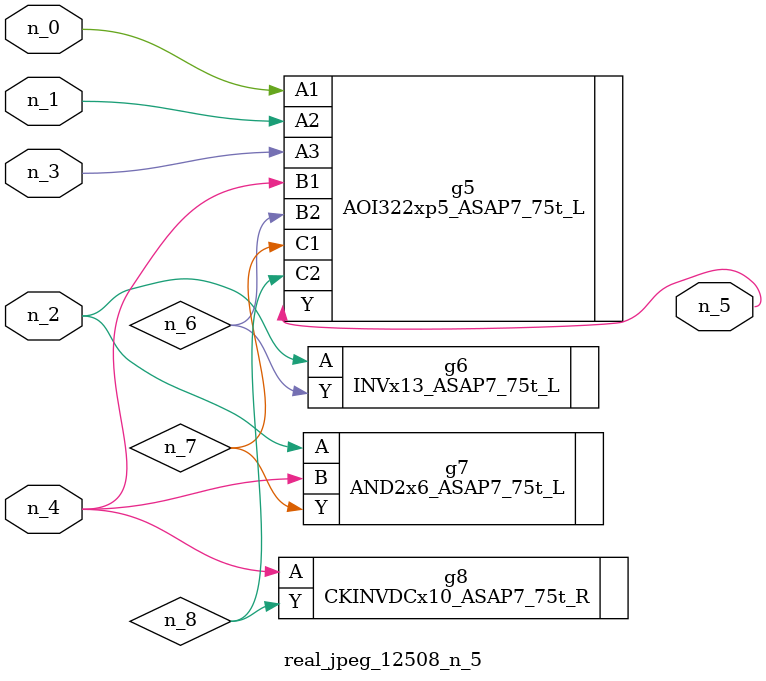
<source format=v>
module real_jpeg_12508_n_5 (n_4, n_0, n_1, n_2, n_3, n_5);

input n_4;
input n_0;
input n_1;
input n_2;
input n_3;

output n_5;

wire n_8;
wire n_6;
wire n_7;

AOI322xp5_ASAP7_75t_L g5 ( 
.A1(n_0),
.A2(n_1),
.A3(n_3),
.B1(n_4),
.B2(n_6),
.C1(n_7),
.C2(n_8),
.Y(n_5)
);

INVx13_ASAP7_75t_L g6 ( 
.A(n_2),
.Y(n_6)
);

AND2x6_ASAP7_75t_L g7 ( 
.A(n_2),
.B(n_4),
.Y(n_7)
);

CKINVDCx10_ASAP7_75t_R g8 ( 
.A(n_4),
.Y(n_8)
);


endmodule
</source>
